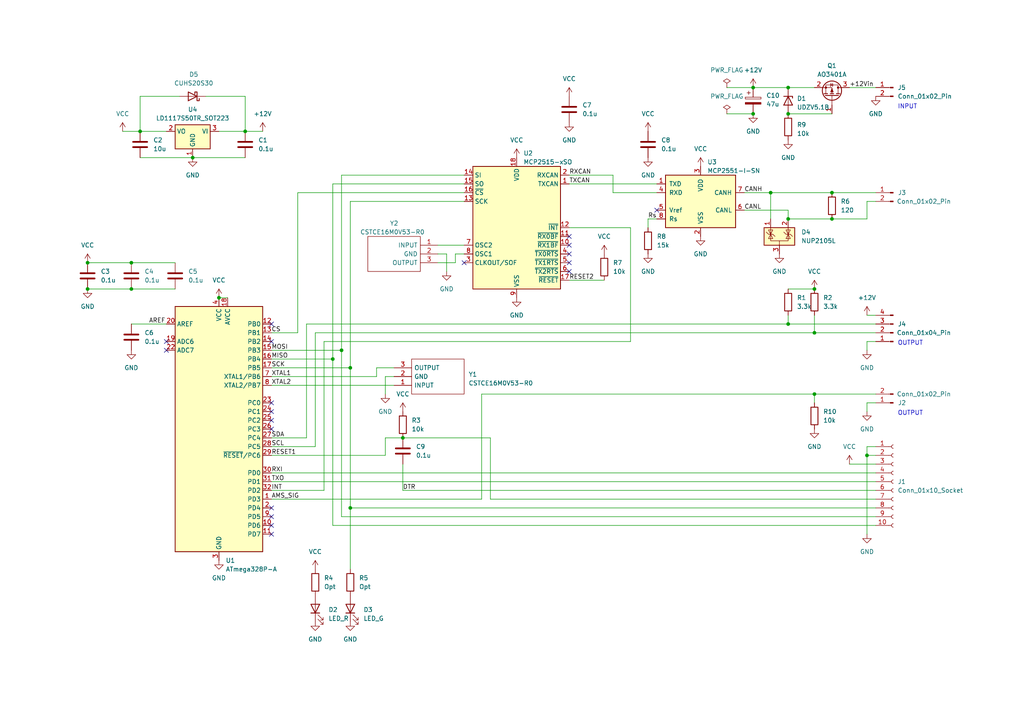
<source format=kicad_sch>
(kicad_sch (version 20230121) (generator eeschema)
  (paper "A4")
  (lib_symbols
    (symbol "Connector:Conn_01x02_Pin" (pin_names (offset 1.016) hide)
      (property "Reference" "J" (at 0 2.54 0))
      (property "Value" "Conn_01x02_Pin" (at 0 -5.08 0))
      (symbol "Conn_01x02_Pin_1_1"
        (polyline (pts (xy 1.27 -2.54) (xy 0.8636 -2.54)) (stroke (width 0.1524)))
        (polyline (pts (xy 1.27 0) (xy 0.8636 0)) (stroke (width 0.1524)))
        (rectangle (start 0.8636 -2.413) (end 0 -2.667) (stroke (width 0.1524)) (fill (type outline)))
        (rectangle (start 0.8636 0.127) (end 0 -0.127) (stroke (width 0.1524)) (fill (type outline)))
        (pin passive line (at 5.08 0 180) (length 3.81) (name "Pin_1") (number "1"))
        (pin passive line (at 5.08 -2.54 180) (length 3.81) (name "Pin_2") (number "2"))
      )
    )
    (symbol "Connector:Conn_01x04_Pin" (pin_names (offset 1.016) hide)
      (property "Reference" "J" (at 0 5.08 0))
      (property "Value" "Conn_01x04_Pin" (at 0 -7.62 0))
      (symbol "Conn_01x04_Pin_1_1"
        (polyline (pts (xy 1.27 -5.08) (xy 0.8636 -5.08)) (stroke (width 0.1524)))
        (polyline (pts (xy 1.27 -2.54) (xy 0.8636 -2.54)) (stroke (width 0.1524)))
        (polyline (pts (xy 1.27 0) (xy 0.8636 0)) (stroke (width 0.1524)))
        (polyline (pts (xy 1.27 2.54) (xy 0.8636 2.54)) (stroke (width 0.1524)))
        (rectangle (start 0.8636 -4.953) (end 0 -5.207) (stroke (width 0.1524)) (fill (type outline)))
        (rectangle (start 0.8636 -2.413) (end 0 -2.667) (stroke (width 0.1524)) (fill (type outline)))
        (rectangle (start 0.8636 0.127) (end 0 -0.127) (stroke (width 0.1524)) (fill (type outline)))
        (rectangle (start 0.8636 2.667) (end 0 2.413) (stroke (width 0.1524)) (fill (type outline)))
        (pin passive line (at 5.08 2.54 180) (length 3.81) (name "Pin_1") (number "1"))
        (pin passive line (at 5.08 0 180) (length 3.81) (name "Pin_2") (number "2"))
        (pin passive line (at 5.08 -2.54 180) (length 3.81) (name "Pin_3") (number "3"))
        (pin passive line (at 5.08 -5.08 180) (length 3.81) (name "Pin_4") (number "4"))
      )
    )
    (symbol "Connector:Conn_01x10_Socket" (pin_names (offset 1.016) hide)
      (property "Reference" "J" (at 0 12.7 0))
      (property "Value" "Conn_01x10_Socket" (at 0 -15.24 0))
      (symbol "Conn_01x10_Socket_1_1"
        (arc (start 0 -12.192) (mid -0.5058 -12.7) (end 0 -13.208) (stroke (width 0.1524)))
        (arc (start 0 -9.652) (mid -0.5058 -10.16) (end 0 -10.668) (stroke (width 0.1524)))
        (arc (start 0 -7.112) (mid -0.5058 -7.62) (end 0 -8.128) (stroke (width 0.1524)))
        (arc (start 0 -4.572) (mid -0.5058 -5.08) (end 0 -5.588) (stroke (width 0.1524)))
        (arc (start 0 -2.032) (mid -0.5058 -2.54) (end 0 -3.048) (stroke (width 0.1524)))
        (polyline (pts (xy -1.27 -12.7) (xy -0.508 -12.7)) (stroke (width 0.1524)))
        (polyline (pts (xy -1.27 -10.16) (xy -0.508 -10.16)) (stroke (width 0.1524)))
        (polyline (pts (xy -1.27 -7.62) (xy -0.508 -7.62)) (stroke (width 0.1524)))
        (polyline (pts (xy -1.27 -5.08) (xy -0.508 -5.08)) (stroke (width 0.1524)))
        (polyline (pts (xy -1.27 -2.54) (xy -0.508 -2.54)) (stroke (width 0.1524)))
        (polyline (pts (xy -1.27 0) (xy -0.508 0)) (stroke (width 0.1524)))
        (polyline (pts (xy -1.27 2.54) (xy -0.508 2.54)) (stroke (width 0.1524)))
        (polyline (pts (xy -1.27 5.08) (xy -0.508 5.08)) (stroke (width 0.1524)))
        (polyline (pts (xy -1.27 7.62) (xy -0.508 7.62)) (stroke (width 0.1524)))
        (polyline (pts (xy -1.27 10.16) (xy -0.508 10.16)) (stroke (width 0.1524)))
        (arc (start 0 0.508) (mid -0.5058 0) (end 0 -0.508) (stroke (width 0.1524)))
        (arc (start 0 3.048) (mid -0.5058 2.54) (end 0 2.032) (stroke (width 0.1524)))
        (arc (start 0 5.588) (mid -0.5058 5.08) (end 0 4.572) (stroke (width 0.1524)))
        (arc (start 0 8.128) (mid -0.5058 7.62) (end 0 7.112) (stroke (width 0.1524)))
        (arc (start 0 10.668) (mid -0.5058 10.16) (end 0 9.652) (stroke (width 0.1524)))
        (pin passive line (at -5.08 10.16 0) (length 3.81) (name "Pin_1") (number "1"))
        (pin passive line (at -5.08 -12.7 0) (length 3.81) (name "Pin_10") (number "10"))
        (pin passive line (at -5.08 7.62 0) (length 3.81) (name "Pin_2") (number "2"))
        (pin passive line (at -5.08 5.08 0) (length 3.81) (name "Pin_3") (number "3"))
        (pin passive line (at -5.08 2.54 0) (length 3.81) (name "Pin_4") (number "4"))
        (pin passive line (at -5.08 0 0) (length 3.81) (name "Pin_5") (number "5"))
        (pin passive line (at -5.08 -2.54 0) (length 3.81) (name "Pin_6") (number "6"))
        (pin passive line (at -5.08 -5.08 0) (length 3.81) (name "Pin_7") (number "7"))
        (pin passive line (at -5.08 -7.62 0) (length 3.81) (name "Pin_8") (number "8"))
        (pin passive line (at -5.08 -10.16 0) (length 3.81) (name "Pin_9") (number "9"))
      )
    )
    (symbol "Device:C" (pin_numbers hide) (pin_names (offset 0.254))
      (property "Reference" "C" (at 0.635 2.54 0))
      (property "Value" "C" (at 0.635 -2.54 0))
      (symbol "C_0_1"
        (polyline (pts (xy -2.032 -0.762) (xy 2.032 -0.762)) (stroke (width 0.508)))
        (polyline (pts (xy -2.032 0.762) (xy 2.032 0.762)) (stroke (width 0.508)))
      )
      (symbol "C_1_1"
        (pin passive line (at 0 3.81 270) (length 2.794) (name "~") (number "1"))
        (pin passive line (at 0 -3.81 90) (length 2.794) (name "~") (number "2"))
      )
    )
    (symbol "Device:C_Polarized" (pin_numbers hide) (pin_names (offset 0.254))
      (property "Reference" "C" (at 0.635 2.54 0))
      (property "Value" "C_Polarized" (at 0.635 -2.54 0))
      (symbol "C_Polarized_0_1"
        (rectangle (start -2.286 0.508) (end 2.286 1.016))
        (polyline (pts (xy -1.778 2.286) (xy -0.762 2.286)))
        (polyline (pts (xy -1.27 2.794) (xy -1.27 1.778)))
        (rectangle (start 2.286 -0.508) (end -2.286 -1.016) (fill (type outline)))
      )
      (symbol "C_Polarized_1_1"
        (pin passive line (at 0 3.81 270) (length 2.794) (name "~") (number "1"))
        (pin passive line (at 0 -3.81 90) (length 2.794) (name "~") (number "2"))
      )
    )
    (symbol "Device:D_Schottky" (pin_numbers hide) (pin_names (offset 1.016) hide)
      (property "Reference" "D" (at 0 2.54 0))
      (property "Value" "D_Schottky" (at 0 -2.54 0))
      (symbol "D_Schottky_0_1"
        (polyline (pts (xy 1.27 0) (xy -1.27 0)))
        (polyline (pts (xy 1.27 1.27) (xy 1.27 -1.27) (xy -1.27 0) (xy 1.27 1.27)) (stroke (width 0.254)))
        (polyline (pts (xy -1.905 0.635) (xy -1.905 1.27) (xy -1.27 1.27) (xy -1.27 -1.27) (xy -0.635 -1.27) (xy -0.635 -0.635)) (stroke (width 0.254)))
      )
      (symbol "D_Schottky_1_1"
        (pin passive line (at -3.81 0 0) (length 2.54) (name "K") (number "1"))
        (pin passive line (at 3.81 0 180) (length 2.54) (name "A") (number "2"))
      )
    )
    (symbol "Device:D_Zener" (pin_numbers hide) (pin_names (offset 1.016) hide)
      (property "Reference" "D" (at 0 2.54 0))
      (property "Value" "D_Zener" (at 0 -2.54 0))
      (symbol "D_Zener_0_1"
        (polyline (pts (xy 1.27 0) (xy -1.27 0)))
        (polyline (pts (xy -1.27 -1.27) (xy -1.27 1.27) (xy -0.762 1.27)) (stroke (width 0.254)))
        (polyline (pts (xy 1.27 -1.27) (xy 1.27 1.27) (xy -1.27 0) (xy 1.27 -1.27)) (stroke (width 0.254)))
      )
      (symbol "D_Zener_1_1"
        (pin passive line (at -3.81 0 0) (length 2.54) (name "K") (number "1"))
        (pin passive line (at 3.81 0 180) (length 2.54) (name "A") (number "2"))
      )
    )
    (symbol "Device:LED" (pin_numbers hide) (pin_names (offset 1.016) hide)
      (property "Reference" "D" (at 0 2.54 0))
      (property "Value" "LED" (at 0 -2.54 0))
      (symbol "LED_0_1"
        (polyline (pts (xy -1.27 -1.27) (xy -1.27 1.27)) (stroke (width 0.254)))
        (polyline (pts (xy -1.27 0) (xy 1.27 0)))
        (polyline (pts (xy 1.27 -1.27) (xy 1.27 1.27) (xy -1.27 0) (xy 1.27 -1.27)) (stroke (width 0.254)))
        (polyline (pts (xy -3.048 -0.762) (xy -4.572 -2.286) (xy -3.81 -2.286) (xy -4.572 -2.286) (xy -4.572 -1.524)))
        (polyline (pts (xy -1.778 -0.762) (xy -3.302 -2.286) (xy -2.54 -2.286) (xy -3.302 -2.286) (xy -3.302 -1.524)))
      )
      (symbol "LED_1_1"
        (pin passive line (at -3.81 0 0) (length 2.54) (name "K") (number "1"))
        (pin passive line (at 3.81 0 180) (length 2.54) (name "A") (number "2"))
      )
    )
    (symbol "Device:R" (pin_numbers hide) (pin_names (offset 0))
      (property "Reference" "R" (at 2.032 0 90))
      (property "Value" "R" (at 0 0 90))
      (symbol "R_0_1"
        (rectangle (start -1.016 -2.54) (end 1.016 2.54) (stroke (width 0.254)))
      )
      (symbol "R_1_1"
        (pin passive line (at 0 3.81 270) (length 1.27) (name "~") (number "1"))
        (pin passive line (at 0 -3.81 90) (length 1.27) (name "~") (number "2"))
      )
    )
    (symbol "Interface_CAN_LIN:MCP2515-xSO"
      (property "Reference" "U" (at -10.16 19.685 0))
      (property "Value" "MCP2515-xSO" (at 19.05 20.32 0))
      (symbol "MCP2515-xSO_0_1"
        (rectangle (start -12.7 17.78) (end 12.7 -17.78) (stroke (width 0.254)) (fill (type background)))
      )
      (symbol "MCP2515-xSO_1_1"
        (pin output line (at 15.24 12.7 180) (length 2.54) (name "TXCAN") (number "1"))
        (pin output line (at 15.24 -5.08 180) (length 2.54) (name "~{RX1BF}") (number "10"))
        (pin output line (at 15.24 -2.54 180) (length 2.54) (name "~{RX0BF}") (number "11"))
        (pin output line (at 15.24 0 180) (length 2.54) (name "~{INT}") (number "12"))
        (pin input line (at -15.24 7.62 0) (length 2.54) (name "SCK") (number "13"))
        (pin input line (at -15.24 15.24 0) (length 2.54) (name "SI") (number "14"))
        (pin output line (at -15.24 12.7 0) (length 2.54) (name "SO") (number "15"))
        (pin input line (at -15.24 10.16 0) (length 2.54) (name "~{CS}") (number "16"))
        (pin input line (at 15.24 -15.24 180) (length 2.54) (name "~{RESET}") (number "17"))
        (pin power_in line (at 0 20.32 270) (length 2.54) (name "VDD") (number "18"))
        (pin input line (at 15.24 15.24 180) (length 2.54) (name "RXCAN") (number "2"))
        (pin output line (at -15.24 -10.16 0) (length 2.54) (name "CLKOUT/SOF") (number "3"))
        (pin input line (at 15.24 -7.62 180) (length 2.54) (name "~{TX0RTS}") (number "4"))
        (pin input line (at 15.24 -10.16 180) (length 2.54) (name "~{TX1RTS}") (number "5"))
        (pin input line (at 15.24 -12.7 180) (length 2.54) (name "~{TX2RTS}") (number "6"))
        (pin output line (at -15.24 -5.08 0) (length 2.54) (name "OSC2") (number "7"))
        (pin input line (at -15.24 -7.62 0) (length 2.54) (name "OSC1") (number "8"))
        (pin power_in line (at 0 -20.32 90) (length 2.54) (name "VSS") (number "9"))
      )
    )
    (symbol "Interface_CAN_LIN:MCP2551-I-SN" (pin_names (offset 1.016))
      (property "Reference" "U" (at -10.16 8.89 0))
      (property "Value" "MCP2551-I-SN" (at 2.54 8.89 0))
      (symbol "MCP2551-I-SN_0_1"
        (rectangle (start -10.16 7.62) (end 10.16 -7.62) (stroke (width 0.254)) (fill (type background)))
      )
      (symbol "MCP2551-I-SN_1_1"
        (pin input line (at -12.7 5.08 0) (length 2.54) (name "TXD") (number "1"))
        (pin power_in line (at 0 -10.16 90) (length 2.54) (name "VSS") (number "2"))
        (pin power_in line (at 0 10.16 270) (length 2.54) (name "VDD") (number "3"))
        (pin output line (at -12.7 2.54 0) (length 2.54) (name "RXD") (number "4"))
        (pin power_out line (at -12.7 -2.54 0) (length 2.54) (name "Vref") (number "5"))
        (pin bidirectional line (at 12.7 -2.54 180) (length 2.54) (name "CANL") (number "6"))
        (pin bidirectional line (at 12.7 2.54 180) (length 2.54) (name "CANH") (number "7"))
        (pin input line (at -12.7 -5.08 0) (length 2.54) (name "Rs") (number "8"))
      )
    )
    (symbol "MCU_Microchip_ATmega:ATmega328P-A"
      (property "Reference" "U" (at -12.7 36.83 0))
      (property "Value" "ATmega328P-A" (at 2.54 -36.83 0))
      (symbol "ATmega328P-A_0_1"
        (rectangle (start -12.7 -35.56) (end 12.7 35.56) (stroke (width 0.254)) (fill (type background)))
      )
      (symbol "ATmega328P-A_1_1"
        (pin bidirectional line (at 15.24 -20.32 180) (length 2.54) (name "PD3") (number "1"))
        (pin bidirectional line (at 15.24 -27.94 180) (length 2.54) (name "PD6") (number "10"))
        (pin bidirectional line (at 15.24 -30.48 180) (length 2.54) (name "PD7") (number "11"))
        (pin bidirectional line (at 15.24 30.48 180) (length 2.54) (name "PB0") (number "12"))
        (pin bidirectional line (at 15.24 27.94 180) (length 2.54) (name "PB1") (number "13"))
        (pin bidirectional line (at 15.24 25.4 180) (length 2.54) (name "PB2") (number "14"))
        (pin bidirectional line (at 15.24 22.86 180) (length 2.54) (name "PB3") (number "15"))
        (pin bidirectional line (at 15.24 20.32 180) (length 2.54) (name "PB4") (number "16"))
        (pin bidirectional line (at 15.24 17.78 180) (length 2.54) (name "PB5") (number "17"))
        (pin power_in line (at 2.54 38.1 270) (length 2.54) (name "AVCC") (number "18"))
        (pin input line (at -15.24 25.4 0) (length 2.54) (name "ADC6") (number "19"))
        (pin bidirectional line (at 15.24 -22.86 180) (length 2.54) (name "PD4") (number "2"))
        (pin passive line (at -15.24 30.48 0) (length 2.54) (name "AREF") (number "20"))
        (pin passive line (at 0 -38.1 90) (length 2.54) hide (name "GND") (number "21"))
        (pin input line (at -15.24 22.86 0) (length 2.54) (name "ADC7") (number "22"))
        (pin bidirectional line (at 15.24 7.62 180) (length 2.54) (name "PC0") (number "23"))
        (pin bidirectional line (at 15.24 5.08 180) (length 2.54) (name "PC1") (number "24"))
        (pin bidirectional line (at 15.24 2.54 180) (length 2.54) (name "PC2") (number "25"))
        (pin bidirectional line (at 15.24 0 180) (length 2.54) (name "PC3") (number "26"))
        (pin bidirectional line (at 15.24 -2.54 180) (length 2.54) (name "PC4") (number "27"))
        (pin bidirectional line (at 15.24 -5.08 180) (length 2.54) (name "PC5") (number "28"))
        (pin bidirectional line (at 15.24 -7.62 180) (length 2.54) (name "~{RESET}/PC6") (number "29"))
        (pin power_in line (at 0 -38.1 90) (length 2.54) (name "GND") (number "3"))
        (pin bidirectional line (at 15.24 -12.7 180) (length 2.54) (name "PD0") (number "30"))
        (pin bidirectional line (at 15.24 -15.24 180) (length 2.54) (name "PD1") (number "31"))
        (pin bidirectional line (at 15.24 -17.78 180) (length 2.54) (name "PD2") (number "32"))
        (pin power_in line (at 0 38.1 270) (length 2.54) (name "VCC") (number "4"))
        (pin passive line (at 0 -38.1 90) (length 2.54) hide (name "GND") (number "5"))
        (pin passive line (at 0 38.1 270) (length 2.54) hide (name "VCC") (number "6"))
        (pin bidirectional line (at 15.24 15.24 180) (length 2.54) (name "XTAL1/PB6") (number "7"))
        (pin bidirectional line (at 15.24 12.7 180) (length 2.54) (name "XTAL2/PB7") (number "8"))
        (pin bidirectional line (at 15.24 -25.4 180) (length 2.54) (name "PD5") (number "9"))
      )
    )
    (symbol "Power_Protection:NUP2105L" (pin_names hide)
      (property "Reference" "D" (at 5.715 2.54 0))
      (property "Value" "NUP2105L" (at 5.715 0.635 0))
      (symbol "NUP2105L_0_0"
        (pin passive line (at 0 -5.08 90) (length 2.54) (name "A") (number "3"))
      )
      (symbol "NUP2105L_0_1"
        (rectangle (start -4.445 2.54) (end 4.445 -2.54) (stroke (width 0.254)) (fill (type background)))
        (polyline (pts (xy -2.54 2.54) (xy -2.54 0.635)))
        (polyline (pts (xy 0 -1.27) (xy 0 -2.54)))
        (polyline (pts (xy 2.54 2.54) (xy 2.54 0.635)))
        (polyline (pts (xy -3.81 1.27) (xy -3.175 0.635) (xy -1.905 0.635) (xy -1.27 0)))
        (polyline (pts (xy -2.54 0.635) (xy -2.54 -1.27) (xy 2.54 -1.27) (xy 2.54 0.635)))
        (polyline (pts (xy -2.54 0.635) (xy -1.905 -0.635) (xy -3.175 -0.635) (xy -2.54 0.635)))
        (polyline (pts (xy 2.54 0.635) (xy 1.905 -0.635) (xy 3.175 -0.635) (xy 2.54 0.635)))
        (polyline (pts (xy 2.54 0.635) (xy 3.175 1.905) (xy 1.905 1.905) (xy 2.54 0.635)))
        (polyline (pts (xy -2.54 0.635) (xy -3.175 1.905) (xy -1.905 1.905) (xy -2.54 0.635) (xy -2.54 1.27)))
        (polyline (pts (xy 1.27 1.27) (xy 1.905 0.635) (xy 2.54 0.635) (xy 3.175 0.635) (xy 3.81 0)))
      )
      (symbol "NUP2105L_1_1"
        (pin passive line (at -2.54 5.08 270) (length 2.54) (name "K") (number "1"))
        (pin passive line (at 2.54 5.08 270) (length 2.54) (name "K") (number "2"))
      )
    )
    (symbol "Regulator_Linear:LD1117S50TR_SOT223"
      (property "Reference" "U" (at -3.81 3.175 0))
      (property "Value" "LD1117S50TR_SOT223" (at 0 3.175 0))
      (symbol "LD1117S50TR_SOT223_0_1"
        (rectangle (start -5.08 -5.08) (end 5.08 1.905) (stroke (width 0.254)) (fill (type background)))
      )
      (symbol "LD1117S50TR_SOT223_1_1"
        (pin power_in line (at 0 -7.62 90) (length 2.54) (name "GND") (number "1"))
        (pin power_out line (at 7.62 0 180) (length 2.54) (name "VO") (number "2"))
        (pin power_in line (at -7.62 0 0) (length 2.54) (name "VI") (number "3"))
      )
    )
    (symbol "SamacSys_Parts:CSTCE16M0V53-R0" (pin_names (offset 0.762))
      (property "Reference" "Y" (at 21.59 7.62 0))
      (property "Value" "CSTCE16M0V53-R0" (at 21.59 5.08 0))
      (symbol "CSTCE16M0V53-R0_0_0"
        (pin passive line (at 0 -5.08 0) (length 5.08) (name "INPUT") (number "1"))
        (pin passive line (at 0 -2.54 0) (length 5.08) (name "GND") (number "2"))
        (pin passive line (at 0 0 0) (length 5.08) (name "OUTPUT") (number "3"))
      )
      (symbol "CSTCE16M0V53-R0_0_1"
        (polyline (pts (xy 5.08 2.54) (xy 20.32 2.54) (xy 20.32 -7.62) (xy 5.08 -7.62) (xy 5.08 2.54)) (stroke (width 0.1524)))
      )
    )
    (symbol "Transistor_FET:AO3401A" (pin_names hide)
      (property "Reference" "Q" (at 5.08 1.905 0))
      (property "Value" "AO3401A" (at 5.08 0 0))
      (symbol "AO3401A_0_1"
        (polyline (pts (xy 0.254 0) (xy -2.54 0)))
        (polyline (pts (xy 0.254 1.905) (xy 0.254 -1.905)) (stroke (width 0.254)))
        (polyline (pts (xy 0.762 -1.27) (xy 0.762 -2.286)) (stroke (width 0.254)))
        (polyline (pts (xy 0.762 0.508) (xy 0.762 -0.508)) (stroke (width 0.254)))
        (polyline (pts (xy 0.762 2.286) (xy 0.762 1.27)) (stroke (width 0.254)))
        (polyline (pts (xy 2.54 2.54) (xy 2.54 1.778)))
        (polyline (pts (xy 2.54 -2.54) (xy 2.54 0) (xy 0.762 0)))
        (polyline (pts (xy 0.762 1.778) (xy 3.302 1.778) (xy 3.302 -1.778) (xy 0.762 -1.778)))
        (polyline (pts (xy 2.286 0) (xy 1.27 0.381) (xy 1.27 -0.381) (xy 2.286 0)) (fill (type outline)))
        (polyline (pts (xy 2.794 -0.508) (xy 2.921 -0.381) (xy 3.683 -0.381) (xy 3.81 -0.254)))
        (polyline (pts (xy 3.302 -0.381) (xy 2.921 0.254) (xy 3.683 0.254) (xy 3.302 -0.381)))
        (circle (center 1.651 0) (radius 2.794) (stroke (width 0.254)))
        (circle (center 2.54 -1.778) (radius 0.254) (fill (type outline)))
        (circle (center 2.54 1.778) (radius 0.254) (fill (type outline)))
      )
      (symbol "AO3401A_1_1"
        (pin input line (at -5.08 0 0) (length 2.54) (name "G") (number "1"))
        (pin passive line (at 2.54 -5.08 90) (length 2.54) (name "S") (number "2"))
        (pin passive line (at 2.54 5.08 270) (length 2.54) (name "D") (number "3"))
      )
    )
    (symbol "power:+12V" (power) (pin_names (offset 0))
      (property "Value" "+12V" (at 0 3.556 0))
      (symbol "+12V_0_1"
        (polyline (pts (xy -0.762 1.27) (xy 0 2.54)))
        (polyline (pts (xy 0 0) (xy 0 2.54)))
        (polyline (pts (xy 0 2.54) (xy 0.762 1.27)))
      )
      (symbol "+12V_1_1"
        (pin power_in line (at 0 0 90) (length 0) hide (name "+12V") (number "1"))
      )
    )
    (symbol "power:GND" (power) (pin_names (offset 0))
      (property "Value" "GND" (at 0 -3.81 0))
      (symbol "GND_0_1"
        (polyline (pts (xy 0 0) (xy 0 -1.27) (xy 1.27 -1.27) (xy 0 -2.54) (xy -1.27 -1.27) (xy 0 -1.27)))
      )
      (symbol "GND_1_1"
        (pin power_in line (at 0 0 270) (length 0) hide (name "GND") (number "1"))
      )
    )
    (symbol "power:PWR_FLAG" (power) (pin_numbers hide) (pin_names (offset 0) hide)
      (property "Value" "PWR_FLAG" (at 0 3.81 0))
      (symbol "PWR_FLAG_0_0"
        (pin power_out line (at 0 0 90) (length 0) (name "pwr") (number "1"))
      )
      (symbol "PWR_FLAG_0_1"
        (polyline (pts (xy 0 0) (xy 0 1.27) (xy -1.016 1.905) (xy 0 2.54) (xy 1.016 1.905) (xy 0 1.27)))
      )
    )
    (symbol "power:VCC" (power) (pin_names (offset 0))
      (property "Value" "VCC" (at 0 3.81 0))
      (symbol "VCC_0_1"
        (polyline (pts (xy -0.762 1.27) (xy 0 2.54)))
        (polyline (pts (xy 0 0) (xy 0 2.54)))
        (polyline (pts (xy 0 2.54) (xy 0.762 1.27)))
      )
      (symbol "VCC_1_1"
        (pin power_in line (at 0 0 90) (length 0) hide (name "VCC") (number "1"))
      )
    )
  )
  (junction (at 218.44 25.4))
  (junction (at 236.22 114.3))
  (junction (at 71.12 38.1))
  (junction (at 99.06 101.6))
  (junction (at 63.5 86.36))
  (junction (at 101.6 147.32))
  (junction (at 236.22 83.82))
  (junction (at 38.1 76.2))
  (junction (at 228.6 63.5))
  (junction (at 223.52 55.88))
  (junction (at 236.22 96.52))
  (junction (at 25.4 83.82))
  (junction (at 241.3 63.5))
  (junction (at 55.88 45.72))
  (junction (at 228.6 93.98))
  (junction (at 101.6 106.68))
  (junction (at 116.84 127))
  (junction (at 251.46 132.08))
  (junction (at 40.64 38.1))
  (junction (at 38.1 83.82))
  (junction (at 96.52 104.14))
  (junction (at 25.4 76.2))
  (junction (at 228.6 33.02))
  (junction (at 228.6 25.4))
  (junction (at 218.44 33.02))
  (junction (at 241.3 55.88))
  (no_connect (at 165.1 78.74))
  (no_connect (at 78.74 124.46))
  (no_connect (at 78.74 116.84))
  (no_connect (at 48.26 101.6))
  (no_connect (at 78.74 99.06))
  (no_connect (at 165.1 68.58))
  (no_connect (at 78.74 93.98))
  (no_connect (at 78.74 147.32))
  (no_connect (at 165.1 71.12))
  (no_connect (at 78.74 119.38))
  (no_connect (at 190.5 60.96))
  (no_connect (at 165.1 73.66))
  (no_connect (at 78.74 154.94))
  (no_connect (at 165.1 76.2))
  (no_connect (at 134.62 76.2))
  (no_connect (at 78.74 152.4))
  (no_connect (at 78.74 149.86))
  (no_connect (at 48.26 99.06))
  (no_connect (at 78.74 121.92))
  (wire (pts (xy 182.88 99.06) (xy 93.98 99.06)))
  (wire (pts (xy 215.9 60.96) (xy 228.6 60.96)))
  (wire (pts (xy 246.38 25.4) (xy 254 25.4)))
  (wire (pts (xy 86.36 55.88) (xy 86.36 96.52)))
  (wire (pts (xy 109.22 109.22) (xy 78.74 109.22)))
  (wire (pts (xy 76.2 38.1) (xy 71.12 38.1)))
  (wire (pts (xy 78.74 101.6) (xy 99.06 101.6)))
  (wire (pts (xy 251.46 132.08) (xy 254 132.08)))
  (wire (pts (xy 55.88 45.72) (xy 71.12 45.72)))
  (wire (pts (xy 134.62 53.34) (xy 96.52 53.34)))
  (wire (pts (xy 228.6 93.98) (xy 254 93.98)))
  (wire (pts (xy 116.84 134.62) (xy 116.84 142.24)))
  (wire (pts (xy 114.3 106.68) (xy 109.22 106.68)))
  (wire (pts (xy 165.1 81.28) (xy 175.26 81.28)))
  (wire (pts (xy 139.7 144.78) (xy 78.74 144.78)))
  (wire (pts (xy 63.5 38.1) (xy 71.12 38.1)))
  (wire (pts (xy 228.6 91.44) (xy 228.6 93.98)))
  (wire (pts (xy 38.1 83.82) (xy 50.8 83.82)))
  (wire (pts (xy 236.22 96.52) (xy 91.44 96.52)))
  (wire (pts (xy 246.38 134.62) (xy 254 134.62)))
  (wire (pts (xy 35.56 38.1) (xy 40.64 38.1)))
  (wire (pts (xy 116.84 142.24) (xy 254 142.24)))
  (wire (pts (xy 91.44 129.54) (xy 78.74 129.54)))
  (wire (pts (xy 241.3 63.5) (xy 251.46 63.5)))
  (wire (pts (xy 134.62 55.88) (xy 86.36 55.88)))
  (wire (pts (xy 132.08 73.66) (xy 134.62 73.66)))
  (wire (pts (xy 228.6 93.98) (xy 88.9 93.98)))
  (wire (pts (xy 78.74 137.16) (xy 254 137.16)))
  (wire (pts (xy 91.44 96.52) (xy 91.44 129.54)))
  (wire (pts (xy 99.06 50.8) (xy 99.06 101.6)))
  (wire (pts (xy 236.22 96.52) (xy 254 96.52)))
  (wire (pts (xy 165.1 53.34) (xy 190.5 53.34)))
  (wire (pts (xy 187.96 63.5) (xy 190.5 63.5)))
  (wire (pts (xy 38.1 76.2) (xy 50.8 76.2)))
  (wire (pts (xy 251.46 99.06) (xy 251.46 101.6)))
  (wire (pts (xy 182.88 66.04) (xy 182.88 99.06)))
  (wire (pts (xy 177.8 50.8) (xy 165.1 50.8)))
  (wire (pts (xy 132.08 76.2) (xy 132.08 73.66)))
  (wire (pts (xy 228.6 60.96) (xy 228.6 63.5)))
  (wire (pts (xy 111.76 109.22) (xy 111.76 114.3)))
  (wire (pts (xy 59.69 27.94) (xy 71.12 27.94)))
  (wire (pts (xy 86.36 96.52) (xy 78.74 96.52)))
  (wire (pts (xy 96.52 53.34) (xy 96.52 104.14)))
  (wire (pts (xy 251.46 119.38) (xy 251.46 116.84)))
  (wire (pts (xy 228.6 33.02) (xy 241.3 33.02)))
  (wire (pts (xy 101.6 106.68) (xy 101.6 147.32)))
  (wire (pts (xy 127 76.2) (xy 132.08 76.2)))
  (wire (pts (xy 223.52 55.88) (xy 223.52 63.5)))
  (wire (pts (xy 236.22 91.44) (xy 236.22 96.52)))
  (wire (pts (xy 134.62 58.42) (xy 101.6 58.42)))
  (wire (pts (xy 251.46 58.42) (xy 251.46 63.5)))
  (wire (pts (xy 251.46 91.44) (xy 254 91.44)))
  (wire (pts (xy 99.06 101.6) (xy 99.06 149.86)))
  (wire (pts (xy 210.82 25.4) (xy 218.44 25.4)))
  (wire (pts (xy 228.6 83.82) (xy 236.22 83.82)))
  (wire (pts (xy 210.82 33.02) (xy 218.44 33.02)))
  (wire (pts (xy 254 99.06) (xy 251.46 99.06)))
  (wire (pts (xy 25.4 76.2) (xy 38.1 76.2)))
  (wire (pts (xy 251.46 132.08) (xy 251.46 154.94)))
  (wire (pts (xy 228.6 25.4) (xy 236.22 25.4)))
  (wire (pts (xy 127 71.12) (xy 134.62 71.12)))
  (wire (pts (xy 111.76 127) (xy 116.84 127)))
  (wire (pts (xy 254 114.3) (xy 236.22 114.3)))
  (wire (pts (xy 99.06 149.86) (xy 254 149.86)))
  (wire (pts (xy 254 58.42) (xy 251.46 58.42)))
  (wire (pts (xy 218.44 25.4) (xy 228.6 25.4)))
  (wire (pts (xy 93.98 142.24) (xy 78.74 142.24)))
  (wire (pts (xy 165.1 66.04) (xy 182.88 66.04)))
  (wire (pts (xy 40.64 45.72) (xy 55.88 45.72)))
  (wire (pts (xy 93.98 99.06) (xy 93.98 142.24)))
  (wire (pts (xy 52.07 27.94) (xy 40.64 27.94)))
  (wire (pts (xy 142.24 144.78) (xy 142.24 127)))
  (wire (pts (xy 78.74 106.68) (xy 101.6 106.68)))
  (wire (pts (xy 96.52 104.14) (xy 96.52 152.4)))
  (wire (pts (xy 134.62 50.8) (xy 99.06 50.8)))
  (wire (pts (xy 101.6 58.42) (xy 101.6 106.68)))
  (wire (pts (xy 177.8 55.88) (xy 190.5 55.88)))
  (wire (pts (xy 251.46 116.84) (xy 254 116.84)))
  (wire (pts (xy 38.1 93.98) (xy 48.26 93.98)))
  (wire (pts (xy 96.52 152.4) (xy 254 152.4)))
  (wire (pts (xy 228.6 63.5) (xy 241.3 63.5)))
  (wire (pts (xy 109.22 106.68) (xy 109.22 109.22)))
  (wire (pts (xy 101.6 147.32) (xy 101.6 165.1)))
  (wire (pts (xy 88.9 127) (xy 78.74 127)))
  (wire (pts (xy 223.52 55.88) (xy 241.3 55.88)))
  (wire (pts (xy 40.64 27.94) (xy 40.64 38.1)))
  (wire (pts (xy 101.6 147.32) (xy 254 147.32)))
  (wire (pts (xy 78.74 104.14) (xy 96.52 104.14)))
  (wire (pts (xy 71.12 38.1) (xy 71.12 27.94)))
  (wire (pts (xy 78.74 139.7) (xy 254 139.7)))
  (wire (pts (xy 215.9 55.88) (xy 223.52 55.88)))
  (wire (pts (xy 129.54 73.66) (xy 129.54 78.74)))
  (wire (pts (xy 236.22 114.3) (xy 139.7 114.3)))
  (wire (pts (xy 251.46 129.54) (xy 251.46 132.08)))
  (wire (pts (xy 88.9 93.98) (xy 88.9 127)))
  (wire (pts (xy 254 144.78) (xy 142.24 144.78)))
  (wire (pts (xy 111.76 127) (xy 111.76 132.08)))
  (wire (pts (xy 63.5 86.36) (xy 66.04 86.36)))
  (wire (pts (xy 139.7 114.3) (xy 139.7 144.78)))
  (wire (pts (xy 177.8 55.88) (xy 177.8 50.8)))
  (wire (pts (xy 254 129.54) (xy 251.46 129.54)))
  (wire (pts (xy 127 73.66) (xy 129.54 73.66)))
  (wire (pts (xy 40.64 38.1) (xy 48.26 38.1)))
  (wire (pts (xy 78.74 111.76) (xy 114.3 111.76)))
  (wire (pts (xy 111.76 132.08) (xy 78.74 132.08)))
  (wire (pts (xy 116.84 127) (xy 142.24 127)))
  (wire (pts (xy 25.4 83.82) (xy 38.1 83.82)))
  (wire (pts (xy 241.3 55.88) (xy 254 55.88)))
  (wire (pts (xy 236.22 114.3) (xy 236.22 116.84)))
  (wire (pts (xy 187.96 66.04) (xy 187.96 63.5)))
  (wire (pts (xy 114.3 109.22) (xy 111.76 109.22)))
  (text "OUTPUT" (at 260.35 120.65 0) (effects (font (size 1.27 1.27)) (justify left bottom)))
  (text "OUTPUT" (at 260.35 100.33 0) (effects (font (size 1.27 1.27)) (justify left bottom)))
  (text "INPUT" (at 260.35 31.75 0) (effects (font (size 1.27 1.27)) (justify left bottom)))
  (label "RXI" (at 78.74 137.16 0))
  (label "XTAL2" (at 78.74 111.76 0))
  (label "RESET1" (at 78.74 132.08 0))
  (label "RXCAN" (at 165.1 50.8 0))
  (label "SCL" (at 78.74 129.54 0))
  (label "MISO" (at 78.74 104.14 0))
  (label "Rs" (at 187.96 63.5 0))
  (label "INT" (at 78.74 142.24 0))
  (label "CANL" (at 215.9 60.96 0))
  (label "AREF" (at 43.18 93.98 0))
  (label "AMS_SIG" (at 78.74 144.78 0))
  (label "SDA" (at 78.74 127 0))
  (label "CS" (at 78.74 96.52 0))
  (label "CANH" (at 215.9 55.88 0))
  (label "SCK" (at 78.74 106.68 0))
  (label "TXO" (at 78.74 139.7 0))
  (label "XTAL1" (at 78.74 109.22 0))
  (label "TXCAN" (at 165.1 53.34 0))
  (label "+12Vin" (at 246.38 25.4 0))
  (label "MOSI" (at 78.74 101.6 0))
  (label "RESET2" (at 165.1 81.28 0))
  (label "DTR" (at 116.84 142.24 0))
  (symbol (lib_id "power:GND") (at 101.6 180.34 0) (unit 1)
    (property "Reference" "#PWR013" (effects hide))
    (property "Value" "GND" (at 101.6 185.42 0))
  )
  (symbol (lib_id "power:GND") (at 251.46 119.38 0) (unit 1)
    (property "Reference" "#PWR09" (effects hide))
    (property "Value" "GND" (at 251.46 124.46 0))
  )
  (symbol (lib_id "Device:C") (at 116.84 130.81 0) (unit 1)
    (property "Reference" "C9" (at 120.65 129.54 0) (effects (justify left)))
    (property "Value" "0.1u" (at 120.65 132.08 0) (effects (justify left)))
    (property "Footprint" "Capacitor_SMD:C_0603_1608Metric" (effects hide))
  )
  (symbol (lib_id "power:VCC") (at 175.26 73.66 0) (unit 1)
    (property "Reference" "#PWR027" (effects hide))
    (property "Value" "VCC" (at 175.26 68.58 0))
  )
  (symbol (lib_id "power:GND") (at 111.76 114.3 0) (unit 1)
    (property "Reference" "#PWR020" (effects hide))
    (property "Value" "GND" (at 111.76 119.38 0))
  )
  (symbol (lib_id "SamacSys_Parts:CSTCE16M0V53-R0") (at 127 76.2 180) (unit 1)
    (property "Reference" "Y2" (at 115.57 64.77 0) (effects (justify left)))
    (property "Value" "CSTCE16M0V53-R0" (at 123.19 67.31 0) (effects (justify left)))
    (property "Footprint" "CSTCE16M0V53R0" (effects hide))
    (property "Datasheet" "https://www.murata.com/en-sg/products/productdetail?partno=CSTCE16M0V53-R0" (effects hide))
    (property "Description" "CSTCE16M0V53-R0, Ceramic Resonator, 16MHz Expander 15pF, 3-Pin SMT, 3.2 x 1.3 x 0.9mm" (effects hide))
    (property "Height" "1" (effects hide))
    (property "Manufacturer_Name" "Murata Electronics" (effects hide))
    (property "Manufacturer_Part_Number" "CSTCE16M0V53-R0" (effects hide))
    (property "Mouser Part Number" "81-CSTCE16M0V53-R0" (effects hide))
    (property "Mouser Price/Stock" "https://www.mouser.co.uk/ProductDetail/Murata-Electronics/CSTCE16M0V53-R0?qs=HPA2Xx%252BU0WhPWbRcNuzhZw%3D%3D" (effects hide))
  )
  (symbol (lib_id "Device:R") (at 241.3 59.69 0) (unit 1)
    (property "Reference" "R6" (at 243.84 58.42 0) (effects (justify left)))
    (property "Value" "120" (at 243.84 60.96 0) (effects (justify left)))
    (property "Footprint" "Resistor_SMD:R_0603_1608Metric" (effects hide))
  )
  (symbol (lib_id "Device:C_Polarized") (at 218.44 29.21 0) (unit 1)
    (property "Reference" "C10" (at 222.25 27.686 0) (effects (justify left)))
    (property "Value" "47u" (at 222.25 30.226 0) (effects (justify left)))
    (property "Footprint" "Capacitor_SMD:CP_Elec_6.3x5.4_Nichicon" (effects hide))
  )
  (symbol (lib_id "power:GND") (at 91.44 180.34 0) (unit 1)
    (property "Reference" "#PWR012" (effects hide))
    (property "Value" "GND" (at 91.44 185.42 0))
  )
  (symbol (lib_id "Device:R") (at 236.22 120.65 0) (unit 1)
    (property "Reference" "R10" (at 238.76 119.38 0) (effects (justify left)))
    (property "Value" "10k" (at 238.76 121.92 0) (effects (justify left)))
    (property "Footprint" "Resistor_SMD:R_0805_2012Metric" (effects hide))
  )
  (symbol (lib_id "Device:C") (at 38.1 80.01 0) (unit 1)
    (property "Reference" "C4" (at 41.91 78.74 0) (effects (justify left)))
    (property "Value" "0.1u" (at 41.91 81.28 0) (effects (justify left)))
    (property "Footprint" "Capacitor_SMD:C_0603_1608Metric" (effects hide))
  )
  (symbol (lib_id "Device:C") (at 187.96 41.91 0) (unit 1)
    (property "Reference" "C8" (at 191.77 40.64 0) (effects (justify left)))
    (property "Value" "0.1u" (at 191.77 43.18 0) (effects (justify left)))
    (property "Footprint" "Capacitor_SMD:C_0603_1608Metric" (effects hide))
  )
  (symbol (lib_id "Device:C") (at 50.8 80.01 0) (unit 1)
    (property "Reference" "C5" (at 54.61 78.74 0) (effects (justify left)))
    (property "Value" "0.1u" (at 54.61 81.28 0) (effects (justify left)))
    (property "Footprint" "Capacitor_SMD:C_0603_1608Metric" (effects hide))
  )
  (symbol (lib_id "power:PWR_FLAG") (at 210.82 25.4 0) (unit 1)
    (property "Reference" "#FLG02" (effects hide))
    (property "Value" "PWR_FLAG" (at 210.82 20.32 0))
  )
  (symbol (lib_id "MCU_Microchip_ATmega:ATmega328P-A") (at 63.5 124.46 0) (unit 1)
    (property "Reference" "U1" (at 65.4559 162.56 0) (effects (justify left)))
    (property "Value" "ATmega328P-A" (at 65.4559 165.1 0) (effects (justify left)))
    (property "Footprint" "Package_QFP:TQFP-32_7x7mm_P0.8mm" (effects hide))
    (property "Datasheet" "http://ww1.microchip.com/downloads/en/DeviceDoc/ATmega328_P%20AVR%20MCU%20with%20picoPower%20Technology%20Data%20Sheet%2040001984A.pdf" (effects hide))
  )
  (symbol (lib_id "power:GND") (at 187.96 45.72 0) (unit 1)
    (property "Reference" "#PWR014" (effects hide))
    (property "Value" "GND" (at 187.96 50.8 0))
  )
  (symbol (lib_id "power:GND") (at 129.54 78.74 0) (unit 1)
    (property "Reference" "#PWR021" (effects hide))
    (property "Value" "GND" (at 129.54 83.82 0))
  )
  (symbol (lib_id "power:GND") (at 38.1 101.6 0) (unit 1)
    (property "Reference" "#PWR08" (effects hide))
    (property "Value" "GND" (at 38.1 106.68 0))
  )
  (symbol (lib_id "Device:R") (at 187.96 69.85 0) (unit 1)
    (property "Reference" "R8" (at 190.5 68.58 0) (effects (justify left)))
    (property "Value" "15k" (at 190.5 71.12 0) (effects (justify left)))
    (property "Footprint" "Resistor_SMD:R_0603_1608Metric" (effects hide))
  )
  (symbol (lib_id "power:GND") (at 228.6 40.64 0) (unit 1)
    (property "Reference" "#PWR034" (effects hide))
    (property "Value" "GND" (at 228.6 45.72 0))
  )
  (symbol (lib_id "Power_Protection:NUP2105L") (at 226.06 68.58 0) (unit 1)
    (property "Reference" "D4" (at 232.41 67.31 0) (effects (justify left)))
    (property "Value" "NUP2105L" (at 232.41 69.85 0) (effects (justify left)))
    (property "Footprint" "Package_TO_SOT_SMD:SOT-23" (effects hide))
    (property "Datasheet" "http://www.onsemi.com/pub_link/Collateral/NUP2105L-D.PDF" (effects hide))
  )
  (symbol (lib_id "power:+12V") (at 218.44 25.4 0) (unit 1)
    (property "Reference" "#PWR032" (effects hide))
    (property "Value" "+12V" (at 218.44 20.32 0))
  )
  (symbol (lib_id "Device:R") (at 228.6 87.63 0) (unit 1)
    (property "Reference" "R1" (at 231.14 86.36 0) (effects (justify left)))
    (property "Value" "3.3k" (at 231.14 88.9 0) (effects (justify left)))
    (property "Footprint" "Resistor_SMD:R_0603_1608Metric" (effects hide))
  )
  (symbol (lib_id "Device:C") (at 71.12 41.91 0) (unit 1)
    (property "Reference" "C1" (at 74.93 40.64 0) (effects (justify left)))
    (property "Value" "0.1u" (at 74.93 43.18 0) (effects (justify left)))
    (property "Footprint" "Capacitor_SMD:C_0603_1608Metric" (effects hide))
  )
  (symbol (lib_id "power:PWR_FLAG") (at 210.82 33.02 0) (unit 1)
    (property "Reference" "#FLG01" (effects hide))
    (property "Value" "PWR_FLAG" (at 210.82 27.94 0))
  )
  (symbol (lib_id "power:VCC") (at 246.38 134.62 0) (unit 1)
    (property "Reference" "#PWR02" (effects hide))
    (property "Value" "VCC" (at 246.38 129.54 0))
  )
  (symbol (lib_id "power:GND") (at 226.06 73.66 0) (unit 1)
    (property "Reference" "#PWR019" (effects hide))
    (property "Value" "GND" (at 226.06 78.74 0))
  )
  (symbol (lib_id "power:GND") (at 149.86 86.36 0) (unit 1)
    (property "Reference" "#PWR017" (effects hide))
    (property "Value" "GND" (at 149.86 91.44 0))
  )
  (symbol (lib_id "Device:LED") (at 101.6 176.53 90) (unit 1)
    (property "Reference" "D3" (at 105.41 176.8475 90) (effects (justify right)))
    (property "Value" "LED_G" (at 105.41 179.3875 90) (effects (justify right)))
    (property "Footprint" "LED_SMD:LED_0603_1608Metric" (effects hide))
  )
  (symbol (lib_id "Device:C") (at 40.64 41.91 0) (unit 1)
    (property "Reference" "C2" (at 44.45 40.64 0) (effects (justify left)))
    (property "Value" "10u" (at 44.45 43.18 0) (effects (justify left)))
    (property "Footprint" "Capacitor_SMD:C_0603_1608Metric" (effects hide))
  )
  (symbol (lib_id "Device:C") (at 25.4 80.01 0) (unit 1)
    (property "Reference" "C3" (at 29.21 78.74 0) (effects (justify left)))
    (property "Value" "0.1u" (at 29.21 81.28 0) (effects (justify left)))
    (property "Footprint" "Capacitor_SMD:C_0603_1608Metric" (effects hide))
  )
  (symbol (lib_id "Device:LED") (at 91.44 176.53 90) (unit 1)
    (property "Reference" "D2" (at 95.25 176.8475 90) (effects (justify right)))
    (property "Value" "LED_R" (at 95.25 179.3875 90) (effects (justify right)))
    (property "Footprint" "LED_SMD:LED_0603_1608Metric" (effects hide))
  )
  (symbol (lib_id "power:VCC") (at 165.1 27.94 0) (unit 1)
    (property "Reference" "#PWR024" (effects hide))
    (property "Value" "VCC" (at 165.1 22.86 0))
  )
  (symbol (lib_id "Device:R") (at 236.22 87.63 0) (unit 1)
    (property "Reference" "R2" (at 238.76 86.36 0) (effects (justify left)))
    (property "Value" "3.3k" (at 238.76 88.9 0) (effects (justify left)))
    (property "Footprint" "Resistor_SMD:R_0603_1608Metric" (effects hide))
  )
  (symbol (lib_id "Connector:Conn_01x04_Pin") (at 259.08 96.52 180) (unit 1)
    (property "Reference" "J4" (at 261.62 93.98 0))
    (property "Value" "Conn_01x04_Pin" (at 267.97 96.52 0))
    (property "Footprint" "Connector_JST:JST_XH_S4B-XH-A_1x04_P2.50mm_Horizontal" (effects hide))
  )
  (symbol (lib_id "Device:R") (at 101.6 168.91 0) (unit 1)
    (property "Reference" "R5" (at 104.14 167.64 0) (effects (justify left)))
    (property "Value" "Opt" (at 104.14 170.18 0) (effects (justify left)))
    (property "Footprint" "Resistor_SMD:R_0603_1608Metric" (effects hide))
  )
  (symbol (lib_id "power:GND") (at 236.22 124.46 0) (unit 1)
    (property "Reference" "#PWR036" (effects hide))
    (property "Value" "GND" (at 236.22 129.54 0))
  )
  (symbol (lib_id "power:VCC") (at 149.86 45.72 0) (unit 1)
    (property "Reference" "#PWR023" (effects hide))
    (property "Value" "VCC" (at 149.86 40.64 0))
  )
  (symbol (lib_id "Device:C") (at 165.1 31.75 0) (unit 1)
    (property "Reference" "C7" (at 168.91 30.48 0) (effects (justify left)))
    (property "Value" "0.1u" (at 168.91 33.02 0) (effects (justify left)))
    (property "Footprint" "Capacitor_SMD:C_0603_1608Metric" (effects hide))
  )
  (symbol (lib_id "power:VCC") (at 236.22 83.82 0) (unit 1)
    (property "Reference" "#PWR028" (effects hide))
    (property "Value" "VCC" (at 236.22 78.74 0))
  )
  (symbol (lib_id "Transistor_FET:AO3401A") (at 241.3 27.94 270) (mirror x) (unit 1)
    (property "Reference" "Q1" (at 241.3 19.05 90))
    (property "Value" "AO3401A" (at 241.3 21.59 90))
    (property "Footprint" "Package_TO_SOT_SMD:SOT-23" (effects hide))
    (property "Datasheet" "http://www.aosmd.com/pdfs/datasheet/AO3401A.pdf" (effects hide))
  )
  (symbol (lib_id "power:+12V") (at 76.2 38.1 0) (unit 1)
    (property "Reference" "#PWR030" (effects hide))
    (property "Value" "+12V" (at 76.2 33.02 0))
  )
  (symbol (lib_id "power:VCC") (at 91.44 165.1 0) (unit 1)
    (property "Reference" "#PWR03" (effects hide))
    (property "Value" "VCC" (at 91.44 160.02 0))
  )
  (symbol (lib_id "Connector:Conn_01x02_Pin") (at 259.08 55.88 0) (mirror y) (unit 1)
    (property "Reference" "J3" (at 261.62 55.88 0))
    (property "Value" "Conn_01x02_Pin" (at 267.97 58.42 0))
    (property "Footprint" "Connector_JST:JST_XH_S2B-XH-A_1x02_P2.50mm_Horizontal" (effects hide))
  )
  (symbol (lib_id "power:GND") (at 25.4 83.82 0) (unit 1)
    (property "Reference" "#PWR07" (effects hide))
    (property "Value" "GND" (at 25.4 88.9 0))
  )
  (symbol (lib_id "power:GND") (at 63.5 162.56 0) (unit 1)
    (property "Reference" "#PWR04" (effects hide))
    (property "Value" "GND" (at 63.5 167.64 0))
  )
  (symbol (lib_id "Device:R") (at 91.44 168.91 0) (unit 1)
    (property "Reference" "R4" (at 93.98 167.64 0) (effects (justify left)))
    (property "Value" "Opt" (at 93.98 170.18 0) (effects (justify left)))
    (property "Footprint" "Resistor_SMD:R_0603_1608Metric" (effects hide))
  )
  (symbol (lib_id "Connector:Conn_01x10_Socket") (at 259.08 139.7 0) (unit 1)
    (property "Reference" "J1" (at 260.35 139.7 0) (effects (justify left)))
    (property "Value" "Conn_01x10_Socket" (at 260.35 142.24 0) (effects (justify left)))
    (property "Footprint" "Connector_PinSocket_2.54mm:PinSocket_1x10_P2.54mm_Vertical" (effects hide))
  )
  (symbol (lib_id "Device:D_Zener") (at 228.6 29.21 270) (unit 1)
    (property "Reference" "D1" (at 231.14 28.575 90) (effects (justify left)))
    (property "Value" "UDZV5.1B" (at 231.14 31.115 90) (effects (justify left)))
    (property "Footprint" "Diode_SMD:D_SOD-323_HandSoldering" (effects hide))
    (property "Datasheet" "https://akizukidenshi.com/download/ds/rohm/udzv5_1bj.pdf" (effects hide))
  )
  (symbol (lib_id "Device:R") (at 175.26 77.47 0) (unit 1)
    (property "Reference" "R7" (at 177.8 76.2 0) (effects (justify left)))
    (property "Value" "10k" (at 177.8 78.74 0) (effects (justify left)))
    (property "Footprint" "Resistor_SMD:R_0805_2012Metric" (effects hide))
  )
  (symbol (lib_id "power:VCC") (at 187.96 38.1 0) (unit 1)
    (property "Reference" "#PWR025" (effects hide))
    (property "Value" "VCC" (at 187.96 33.02 0))
  )
  (symbol (lib_id "Device:R") (at 228.6 36.83 0) (unit 1)
    (property "Reference" "R9" (at 231.14 36.195 0) (effects (justify left)))
    (property "Value" "10k" (at 231.14 38.735 0) (effects (justify left)))
    (property "Footprint" "Resistor_SMD:R_0805_2012Metric" (effects hide))
  )
  (symbol (lib_id "Device:D_Schottky") (at 55.88 27.94 180) (unit 1)
    (property "Reference" "D5" (at 56.1975 21.59 0))
    (property "Value" "CUHS20S30" (at 56.1975 24.13 0))
    (property "Footprint" "SamacSys_Parts:CUHS20S40H3F" (effects hide))
  )
  (symbol (lib_id "Connector:Conn_01x02_Pin") (at 259.08 116.84 180) (unit 1)
    (property "Reference" "J2" (at 261.62 116.84 0))
    (property "Value" "Conn_01x02_Pin" (at 267.97 114.3 0))
    (property "Footprint" "Connector_JST:JST_XH_S2B-XH-A_1x02_P2.50mm_Horizontal" (effects hide))
  )
  (symbol (lib_id "Interface_CAN_LIN:MCP2515-xSO") (at 149.86 66.04 0) (unit 1)
    (property "Reference" "U2" (at 151.8159 44.45 0) (effects (justify left)))
    (property "Value" "MCP2515-xSO" (at 151.8159 46.99 0) (effects (justify left)))
    (property "Footprint" "Package_SO:SOIC-18W_7.5x11.6mm_P1.27mm" (effects hide))
    (property "Datasheet" "http://ww1.microchip.com/downloads/en/DeviceDoc/21801e.pdf" (effects hide))
  )
  (symbol (lib_id "power:+12V") (at 251.46 91.44 0) (unit 1)
    (property "Reference" "#PWR029" (effects hide))
    (property "Value" "+12V" (at 251.46 86.36 0))
  )
  (symbol (lib_id "Regulator_Linear:LD1117S50TR_SOT223") (at 55.88 38.1 0) (mirror y) (unit 1)
    (property "Reference" "U4" (at 55.88 31.75 0))
    (property "Value" "LD1117S50TR_SOT223" (at 55.88 34.29 0))
    (property "Footprint" "Package_TO_SOT_SMD:SOT-223-3_TabPin2" (effects hide))
    (property "Datasheet" "http://www.st.com/st-web-ui/static/active/en/resource/technical/document/datasheet/CD00000544.pdf" (effects hide))
  )
  (symbol (lib_id "power:GND") (at 165.1 35.56 0) (unit 1)
    (property "Reference" "#PWR015" (effects hide))
    (property "Value" "GND" (at 165.1 40.64 0))
  )
  (symbol (lib_id "Device:C") (at 38.1 97.79 0) (unit 1)
    (property "Reference" "C6" (at 41.91 96.52 0) (effects (justify left)))
    (property "Value" "0.1u" (at 41.91 99.06 0) (effects (justify left)))
    (property "Footprint" "Capacitor_SMD:C_0603_1608Metric" (effects hide))
  )
  (symbol (lib_id "power:GND") (at 203.2 68.58 0) (unit 1)
    (property "Reference" "#PWR016" (effects hide))
    (property "Value" "GND" (at 203.2 73.66 0))
  )
  (symbol (lib_id "power:GND") (at 55.88 45.72 0) (unit 1)
    (property "Reference" "#PWR011" (effects hide))
    (property "Value" "GND" (at 55.88 50.8 0))
  )
  (symbol (lib_id "power:VCC") (at 116.84 119.38 0) (unit 1)
    (property "Reference" "#PWR022" (effects hide))
    (property "Value" "VCC" (at 116.84 114.3 0))
  )
  (symbol (lib_id "power:GND") (at 251.46 154.94 0) (unit 1)
    (property "Reference" "#PWR01" (effects hide))
    (property "Value" "GND" (at 251.46 160.02 0))
  )
  (symbol (lib_id "power:GND") (at 251.46 101.6 0) (unit 1)
    (property "Reference" "#PWR010" (effects hide))
    (property "Value" "GND" (at 251.46 106.68 0))
  )
  (symbol (lib_id "Interface_CAN_LIN:MCP2551-I-SN") (at 203.2 58.42 0) (unit 1)
    (property "Reference" "U3" (at 205.1559 46.99 0) (effects (justify left)))
    (property "Value" "MCP2551-I-SN" (at 205.1559 49.53 0) (effects (justify left)))
    (property "Footprint" "Package_SO:SOIC-8_3.9x4.9mm_P1.27mm" (effects hide))
    (property "Datasheet" "http://ww1.microchip.com/downloads/en/devicedoc/21667d.pdf" (effects hide))
  )
  (symbol (lib_id "power:VCC") (at 25.4 76.2 0) (unit 1)
    (property "Reference" "#PWR06" (effects hide))
    (property "Value" "VCC" (at 25.4 71.12 0))
  )
  (symbol (lib_id "power:VCC") (at 203.2 48.26 0) (unit 1)
    (property "Reference" "#PWR026" (effects hide))
    (property "Value" "VCC" (at 203.2 43.18 0))
  )
  (symbol (lib_id "Device:R") (at 116.84 123.19 0) (unit 1)
    (property "Reference" "R3" (at 119.38 121.92 0) (effects (justify left)))
    (property "Value" "10k" (at 119.38 124.46 0) (effects (justify left)))
    (property "Footprint" "Resistor_SMD:R_0805_2012Metric" (effects hide))
  )
  (symbol (lib_id "SamacSys_Parts:CSTCE16M0V53-R0") (at 114.3 106.68 0) (unit 1)
    (property "Reference" "Y1" (at 135.89 108.585 0) (effects (justify left)))
    (property "Value" "CSTCE16M0V53-R0" (at 135.89 111.125 0) (effects (justify left)))
    (property "Footprint" "CSTCE16M0V53R0" (effects hide))
    (property "Datasheet" "https://www.murata.com/en-sg/products/productdetail?partno=CSTCE16M0V53-R0" (effects hide))
    (property "Description" "CSTCE16M0V53-R0, Ceramic Resonator, 16MHz Expander 15pF, 3-Pin SMT, 3.2 x 1.3 x 0.9mm" (effects hide))
    (property "Height" "1" (effects hide))
    (property "Manufacturer_Name" "Murata Electronics" (effects hide))
    (property "Manufacturer_Part_Number" "CSTCE16M0V53-R0" (effects hide))
    (property "Mouser Part Number" "81-CSTCE16M0V53-R0" (effects hide))
    (property "Mouser Price/Stock" "https://www.mouser.co.uk/ProductDetail/Murata-Electronics/CSTCE16M0V53-R0?qs=HPA2Xx%252BU0WhPWbRcNuzhZw%3D%3D" (effects hide))
  )
  (symbol (lib_id "power:VCC") (at 35.56 38.1 0) (unit 1)
    (property "Reference" "#PWR031" (effects hide))
    (property "Value" "VCC" (at 35.56 33.02 0))
  )
  (symbol (lib_id "power:GND") (at 187.96 73.66 0) (unit 1)
    (property "Reference" "#PWR018" (effects hide))
    (property "Value" "GND" (at 187.96 78.74 0))
  )
  (symbol (lib_id "power:GND") (at 218.44 33.02 0) (unit 1)
    (property "Reference" "#PWR035" (effects hide))
    (property "Value" "GND" (at 218.44 38.1 0))
  )
  (symbol (lib_id "power:VCC") (at 63.5 86.36 0) (unit 1)
    (property "Reference" "#PWR05" (effects hide))
    (property "Value" "VCC" (at 63.5 81.28 0))
  )
  (symbol (lib_id "Connector:Conn_01x02_Pin") (at 259.08 25.4 0) (mirror y) (unit 1)
    (property "Reference" "J5" (at 260.35 25.4 0) (effects (justify right)))
    (property "Value" "Conn_01x02_Pin" (at 260.35 27.94 0) (effects (justify right)))
    (property "Footprint" "Connector_JST:JST_XH_S2B-XH-A_1x02_P2.50mm_Horizontal" (effects hide))
  )
  (symbol (lib_id "power:GND") (at 254 27.94 0) (unit 1)
    (property "Reference" "#PWR033" (effects hide))
    (property "Value" "GND" (at 254 33.02 0))
  )
)
</source>
